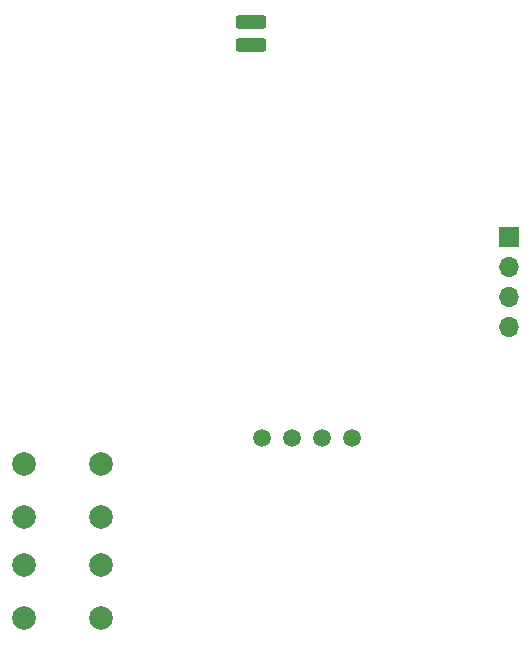
<source format=gbr>
%TF.GenerationSoftware,KiCad,Pcbnew,9.0.6*%
%TF.CreationDate,2025-12-29T20:59:13-08:00*%
%TF.ProjectId,bodycam,626f6479-6361-46d2-9e6b-696361645f70,rev?*%
%TF.SameCoordinates,Original*%
%TF.FileFunction,Soldermask,Bot*%
%TF.FilePolarity,Negative*%
%FSLAX46Y46*%
G04 Gerber Fmt 4.6, Leading zero omitted, Abs format (unit mm)*
G04 Created by KiCad (PCBNEW 9.0.6) date 2025-12-29 20:59:13*
%MOMM*%
%LPD*%
G01*
G04 APERTURE LIST*
G04 Aperture macros list*
%AMRoundRect*
0 Rectangle with rounded corners*
0 $1 Rounding radius*
0 $2 $3 $4 $5 $6 $7 $8 $9 X,Y pos of 4 corners*
0 Add a 4 corners polygon primitive as box body*
4,1,4,$2,$3,$4,$5,$6,$7,$8,$9,$2,$3,0*
0 Add four circle primitives for the rounded corners*
1,1,$1+$1,$2,$3*
1,1,$1+$1,$4,$5*
1,1,$1+$1,$6,$7*
1,1,$1+$1,$8,$9*
0 Add four rect primitives between the rounded corners*
20,1,$1+$1,$2,$3,$4,$5,0*
20,1,$1+$1,$4,$5,$6,$7,0*
20,1,$1+$1,$6,$7,$8,$9,0*
20,1,$1+$1,$8,$9,$2,$3,0*%
G04 Aperture macros list end*
%ADD10C,1.500000*%
%ADD11R,1.700000X1.700000*%
%ADD12O,1.700000X1.700000*%
%ADD13C,2.000000*%
%ADD14RoundRect,0.300400X1.000400X0.300400X-1.000400X0.300400X-1.000400X-0.300400X1.000400X-0.300400X0*%
G04 APERTURE END LIST*
D10*
%TO.C,U1*%
X219500000Y-113500000D03*
X216960000Y-113500000D03*
X214420000Y-113500000D03*
X211880000Y-113500000D03*
%TD*%
D11*
%TO.C,U3*%
X232750000Y-96500000D03*
D12*
X232750000Y-99040000D03*
X232750000Y-101580000D03*
X232750000Y-104120000D03*
%TD*%
D13*
%TO.C,SW2*%
X191750000Y-124250000D03*
X198250000Y-124250000D03*
X191750000Y-128750000D03*
X198250000Y-128750000D03*
%TD*%
D14*
%TO.C,U2*%
X210945000Y-80238000D03*
X210945000Y-78333000D03*
%TD*%
D13*
%TO.C,SW1*%
X191750000Y-115700000D03*
X198250000Y-115700000D03*
X191750000Y-120200000D03*
X198250000Y-120200000D03*
%TD*%
M02*

</source>
